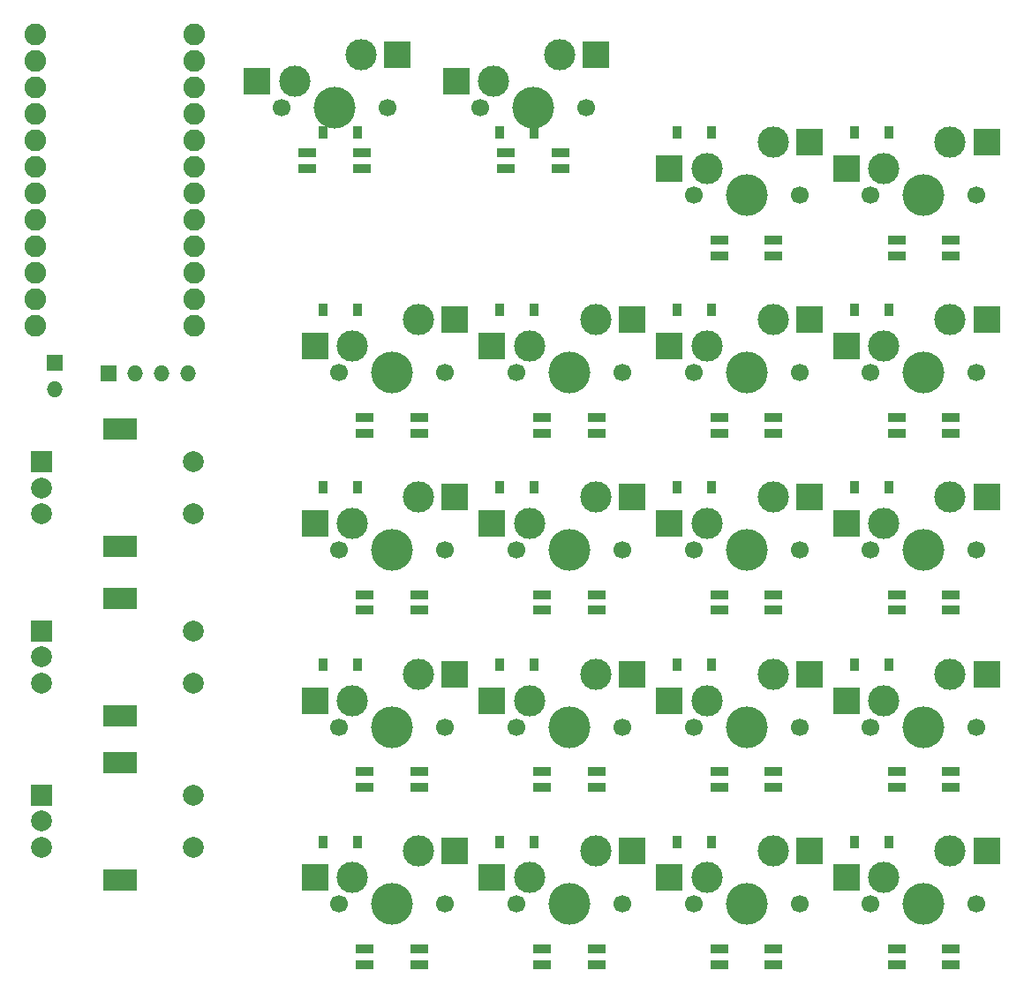
<source format=gbs>
%TF.GenerationSoftware,KiCad,Pcbnew,(5.1.10)-1*%
%TF.CreationDate,2021-08-08T16:05:11+01:00*%
%TF.ProjectId,bongopad,626f6e67-6f70-4616-942e-6b696361645f,1*%
%TF.SameCoordinates,PXb71b00PYb71b00*%
%TF.FileFunction,Soldermask,Bot*%
%TF.FilePolarity,Negative*%
%FSLAX46Y46*%
G04 Gerber Fmt 4.6, Leading zero omitted, Abs format (unit mm)*
G04 Created by KiCad (PCBNEW (5.1.10)-1) date 2021-08-08 16:05:11*
%MOMM*%
%LPD*%
G01*
G04 APERTURE LIST*
%ADD10C,2.082800*%
%ADD11O,1.524000X1.524000*%
%ADD12R,1.524000X1.524000*%
%ADD13C,2.000000*%
%ADD14R,3.200000X2.000000*%
%ADD15R,2.000000X2.000000*%
%ADD16R,0.900000X1.200000*%
%ADD17C,1.700000*%
%ADD18R,1.800000X0.900000*%
%ADD19R,2.550000X2.500000*%
%ADD20C,3.000000*%
%ADD21C,4.000000*%
G04 APERTURE END LIST*
D10*
%TO.C,MCU1*%
X17370000Y-3800000D03*
X17370000Y-6340000D03*
X17370000Y-8880000D03*
X17370000Y-11420000D03*
X17370000Y-13960000D03*
X17370000Y-16500000D03*
X17370000Y-19040000D03*
X17370000Y-21580000D03*
X17370000Y-24120000D03*
X17370000Y-26660000D03*
X17370000Y-29200000D03*
X17370000Y-31740000D03*
X2130000Y-31740000D03*
X2130000Y-29200000D03*
X2130000Y-26660000D03*
X2130000Y-24120000D03*
X2130000Y-21580000D03*
X2130000Y-19040000D03*
X2130000Y-16500000D03*
X2130000Y-13960000D03*
X2130000Y-11420000D03*
X2130000Y-8880000D03*
X2130000Y-6340000D03*
X2130000Y-3800000D03*
%TD*%
D11*
%TO.C,J2*%
X4000000Y-37770000D03*
D12*
X4000000Y-35230000D03*
%TD*%
D13*
%TO.C,ROT3*%
X17250000Y-81750000D03*
X17250000Y-76750000D03*
D14*
X10250000Y-84850000D03*
X10250000Y-73650000D03*
D13*
X2750000Y-81750000D03*
X2750000Y-79250000D03*
D15*
X2750000Y-76750000D03*
%TD*%
D13*
%TO.C,ROT2*%
X17250000Y-66000000D03*
X17250000Y-61000000D03*
D14*
X10250000Y-69100000D03*
X10250000Y-57900000D03*
D13*
X2750000Y-66000000D03*
X2750000Y-63500000D03*
D15*
X2750000Y-61000000D03*
%TD*%
D13*
%TO.C,ROT1*%
X17250000Y-49750000D03*
X17250000Y-44750000D03*
D14*
X10250000Y-52850000D03*
X10250000Y-41650000D03*
D13*
X2750000Y-49750000D03*
X2750000Y-47250000D03*
D15*
X2750000Y-44750000D03*
%TD*%
D16*
%TO.C,D20*%
X84000000Y-81200000D03*
X80700000Y-81200000D03*
%TD*%
%TO.C,D19*%
X67000000Y-81200000D03*
X63700000Y-81200000D03*
%TD*%
%TO.C,D18*%
X50000000Y-81200000D03*
X46700000Y-81200000D03*
%TD*%
%TO.C,D17*%
X33000000Y-81200000D03*
X29700000Y-81200000D03*
%TD*%
%TO.C,D16*%
X84000000Y-64200000D03*
X80700000Y-64200000D03*
%TD*%
%TO.C,D15*%
X67000000Y-64200000D03*
X63700000Y-64200000D03*
%TD*%
%TO.C,D14*%
X50000000Y-64200000D03*
X46700000Y-64200000D03*
%TD*%
%TO.C,D13*%
X33000000Y-64200000D03*
X29700000Y-64200000D03*
%TD*%
%TO.C,D12*%
X84000000Y-47200000D03*
X80700000Y-47200000D03*
%TD*%
%TO.C,D11*%
X67000000Y-47200000D03*
X63700000Y-47200000D03*
%TD*%
%TO.C,D10*%
X50000000Y-47200000D03*
X46700000Y-47200000D03*
%TD*%
%TO.C,D9*%
X33000000Y-47200000D03*
X29700000Y-47200000D03*
%TD*%
%TO.C,D8*%
X84000000Y-30200000D03*
X80700000Y-30200000D03*
%TD*%
%TO.C,D7*%
X67000000Y-30200000D03*
X63700000Y-30200000D03*
%TD*%
%TO.C,D6*%
X50000000Y-30200000D03*
X46700000Y-30200000D03*
%TD*%
%TO.C,D5*%
X33000000Y-30200000D03*
X29700000Y-30200000D03*
%TD*%
%TO.C,D4*%
X84000000Y-13200000D03*
X80700000Y-13200000D03*
%TD*%
%TO.C,D3*%
X67000000Y-13200000D03*
X63700000Y-13200000D03*
%TD*%
%TO.C,D2*%
X50000000Y-13200000D03*
X46700000Y-13200000D03*
%TD*%
%TO.C,D1*%
X33000000Y-13200000D03*
X29700000Y-13200000D03*
%TD*%
D17*
%TO.C,K1*%
X35915000Y-10815000D03*
X25755000Y-10815000D03*
D18*
X33435000Y-15115000D03*
X33435000Y-16615000D03*
X28235000Y-16615000D03*
X28235000Y-15115000D03*
D19*
X36850000Y-5735000D03*
X23425000Y-8275000D03*
D20*
X33375000Y-5735000D03*
X27025000Y-8275000D03*
D21*
X30835000Y-10815000D03*
%TD*%
D17*
%TO.C,K2*%
X54980000Y-10820000D03*
X44820000Y-10820000D03*
D18*
X52500000Y-15120000D03*
X52500000Y-16620000D03*
X47300000Y-16620000D03*
X47300000Y-15120000D03*
D19*
X55915000Y-5740000D03*
X42490000Y-8280000D03*
D20*
X52440000Y-5740000D03*
X46090000Y-8280000D03*
D21*
X49900000Y-10820000D03*
%TD*%
D17*
%TO.C,K6*%
X58430000Y-36200000D03*
X48270000Y-36200000D03*
D18*
X55950000Y-40500000D03*
X55950000Y-42000000D03*
X50750000Y-42000000D03*
X50750000Y-40500000D03*
D19*
X59365000Y-31120000D03*
X45940000Y-33660000D03*
D20*
X55890000Y-31120000D03*
X49540000Y-33660000D03*
D21*
X53350000Y-36200000D03*
%TD*%
D17*
%TO.C,K8*%
X92430000Y-36200000D03*
X82270000Y-36200000D03*
D18*
X89950000Y-40500000D03*
X89950000Y-42000000D03*
X84750000Y-42000000D03*
X84750000Y-40500000D03*
D19*
X93365000Y-31120000D03*
X79940000Y-33660000D03*
D20*
X89890000Y-31120000D03*
X83540000Y-33660000D03*
D21*
X87350000Y-36200000D03*
%TD*%
D17*
%TO.C,K10*%
X58430000Y-53200000D03*
X48270000Y-53200000D03*
D18*
X55950000Y-57500000D03*
X55950000Y-59000000D03*
X50750000Y-59000000D03*
X50750000Y-57500000D03*
D19*
X59365000Y-48120000D03*
X45940000Y-50660000D03*
D20*
X55890000Y-48120000D03*
X49540000Y-50660000D03*
D21*
X53350000Y-53200000D03*
%TD*%
D11*
%TO.C,J1*%
X16810000Y-36250000D03*
D12*
X9190000Y-36250000D03*
D11*
X11730000Y-36250000D03*
X14270000Y-36250000D03*
%TD*%
D17*
%TO.C,K3*%
X75430000Y-19200000D03*
X65270000Y-19200000D03*
D18*
X72950000Y-23500000D03*
X72950000Y-25000000D03*
X67750000Y-25000000D03*
X67750000Y-23500000D03*
D19*
X76365000Y-14120000D03*
X62940000Y-16660000D03*
D20*
X72890000Y-14120000D03*
X66540000Y-16660000D03*
D21*
X70350000Y-19200000D03*
%TD*%
D17*
%TO.C,K4*%
X92430000Y-19200000D03*
X82270000Y-19200000D03*
D18*
X89950000Y-23500000D03*
X89950000Y-25000000D03*
X84750000Y-25000000D03*
X84750000Y-23500000D03*
D19*
X93365000Y-14120000D03*
X79940000Y-16660000D03*
D20*
X89890000Y-14120000D03*
X83540000Y-16660000D03*
D21*
X87350000Y-19200000D03*
%TD*%
D17*
%TO.C,K5*%
X41430000Y-36200000D03*
X31270000Y-36200000D03*
D18*
X38950000Y-40500000D03*
X38950000Y-42000000D03*
X33750000Y-42000000D03*
X33750000Y-40500000D03*
D19*
X42365000Y-31120000D03*
X28940000Y-33660000D03*
D20*
X38890000Y-31120000D03*
X32540000Y-33660000D03*
D21*
X36350000Y-36200000D03*
%TD*%
D17*
%TO.C,K7*%
X75430000Y-36200000D03*
X65270000Y-36200000D03*
D18*
X72950000Y-40500000D03*
X72950000Y-42000000D03*
X67750000Y-42000000D03*
X67750000Y-40500000D03*
D19*
X76365000Y-31120000D03*
X62940000Y-33660000D03*
D20*
X72890000Y-31120000D03*
X66540000Y-33660000D03*
D21*
X70350000Y-36200000D03*
%TD*%
D17*
%TO.C,K9*%
X41430000Y-53200000D03*
X31270000Y-53200000D03*
D18*
X38950000Y-57500000D03*
X38950000Y-59000000D03*
X33750000Y-59000000D03*
X33750000Y-57500000D03*
D19*
X42365000Y-48120000D03*
X28940000Y-50660000D03*
D20*
X38890000Y-48120000D03*
X32540000Y-50660000D03*
D21*
X36350000Y-53200000D03*
%TD*%
D17*
%TO.C,K13*%
X41430000Y-70200000D03*
X31270000Y-70200000D03*
D18*
X38950000Y-74500000D03*
X38950000Y-76000000D03*
X33750000Y-76000000D03*
X33750000Y-74500000D03*
D19*
X42365000Y-65120000D03*
X28940000Y-67660000D03*
D20*
X38890000Y-65120000D03*
X32540000Y-67660000D03*
D21*
X36350000Y-70200000D03*
%TD*%
D17*
%TO.C,K14*%
X58430000Y-70200000D03*
X48270000Y-70200000D03*
D18*
X55950000Y-74500000D03*
X55950000Y-76000000D03*
X50750000Y-76000000D03*
X50750000Y-74500000D03*
D19*
X59365000Y-65120000D03*
X45940000Y-67660000D03*
D20*
X55890000Y-65120000D03*
X49540000Y-67660000D03*
D21*
X53350000Y-70200000D03*
%TD*%
D17*
%TO.C,K15*%
X75430000Y-70200000D03*
X65270000Y-70200000D03*
D18*
X72950000Y-74500000D03*
X72950000Y-76000000D03*
X67750000Y-76000000D03*
X67750000Y-74500000D03*
D19*
X76365000Y-65120000D03*
X62940000Y-67660000D03*
D20*
X72890000Y-65120000D03*
X66540000Y-67660000D03*
D21*
X70350000Y-70200000D03*
%TD*%
D17*
%TO.C,K17*%
X41430000Y-87200000D03*
X31270000Y-87200000D03*
D18*
X38950000Y-91500000D03*
X38950000Y-93000000D03*
X33750000Y-93000000D03*
X33750000Y-91500000D03*
D19*
X42365000Y-82120000D03*
X28940000Y-84660000D03*
D20*
X38890000Y-82120000D03*
X32540000Y-84660000D03*
D21*
X36350000Y-87200000D03*
%TD*%
D17*
%TO.C,K18*%
X58430000Y-87200000D03*
X48270000Y-87200000D03*
D18*
X55950000Y-91500000D03*
X55950000Y-93000000D03*
X50750000Y-93000000D03*
X50750000Y-91500000D03*
D19*
X59365000Y-82120000D03*
X45940000Y-84660000D03*
D20*
X55890000Y-82120000D03*
X49540000Y-84660000D03*
D21*
X53350000Y-87200000D03*
%TD*%
D17*
%TO.C,K19*%
X75430000Y-87200000D03*
X65270000Y-87200000D03*
D18*
X72950000Y-91500000D03*
X72950000Y-93000000D03*
X67750000Y-93000000D03*
X67750000Y-91500000D03*
D19*
X76365000Y-82120000D03*
X62940000Y-84660000D03*
D20*
X72890000Y-82120000D03*
X66540000Y-84660000D03*
D21*
X70350000Y-87200000D03*
%TD*%
D17*
%TO.C,K20*%
X92430000Y-87200000D03*
X82270000Y-87200000D03*
D18*
X89950000Y-91500000D03*
X89950000Y-93000000D03*
X84750000Y-93000000D03*
X84750000Y-91500000D03*
D19*
X93365000Y-82120000D03*
X79940000Y-84660000D03*
D20*
X89890000Y-82120000D03*
X83540000Y-84660000D03*
D21*
X87350000Y-87200000D03*
%TD*%
D17*
%TO.C,K12*%
X92430000Y-53200000D03*
X82270000Y-53200000D03*
D18*
X89950000Y-57500000D03*
X89950000Y-59000000D03*
X84750000Y-59000000D03*
X84750000Y-57500000D03*
D19*
X93365000Y-48120000D03*
X79940000Y-50660000D03*
D20*
X89890000Y-48120000D03*
X83540000Y-50660000D03*
D21*
X87350000Y-53200000D03*
%TD*%
D17*
%TO.C,K11*%
X75430000Y-53200000D03*
X65270000Y-53200000D03*
D18*
X72950000Y-57500000D03*
X72950000Y-59000000D03*
X67750000Y-59000000D03*
X67750000Y-57500000D03*
D19*
X76365000Y-48120000D03*
X62940000Y-50660000D03*
D20*
X72890000Y-48120000D03*
X66540000Y-50660000D03*
D21*
X70350000Y-53200000D03*
%TD*%
D17*
%TO.C,K16*%
X92430000Y-70200000D03*
X82270000Y-70200000D03*
D18*
X89950000Y-74500000D03*
X89950000Y-76000000D03*
X84750000Y-76000000D03*
X84750000Y-74500000D03*
D19*
X93365000Y-65120000D03*
X79940000Y-67660000D03*
D20*
X89890000Y-65120000D03*
X83540000Y-67660000D03*
D21*
X87350000Y-70200000D03*
%TD*%
M02*

</source>
